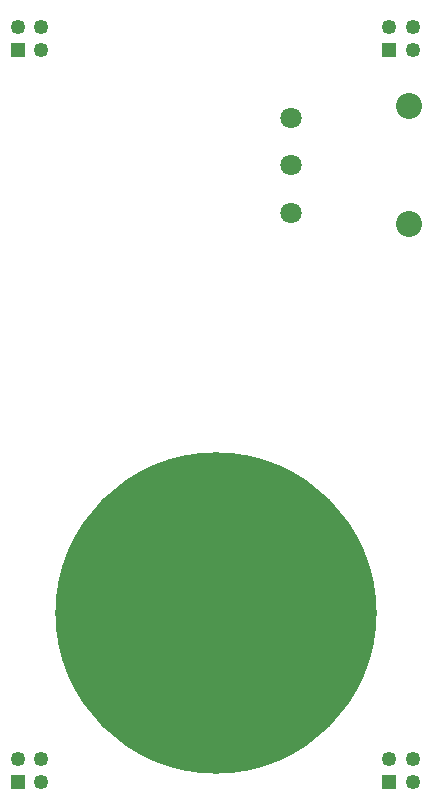
<source format=gts>
G04*
G04 #@! TF.GenerationSoftware,Altium Limited,Altium Designer,21.3.2 (30)*
G04*
G04 Layer_Color=8388736*
%FSTAX24Y24*%
%MOIN*%
G70*
G04*
G04 #@! TF.SameCoordinates,65AEA3AE-AEA4-4408-87EB-DFBB4D2FCE8C*
G04*
G04*
G04 #@! TF.FilePolarity,Negative*
G04*
G01*
G75*
%ADD12C,0.0867*%
%ADD13C,0.0710*%
%ADD14C,0.0493*%
%ADD15R,0.0493X0.0493*%
%ADD16C,1.0710*%
D12*
X042725Y035331D02*
D03*
Y039269D02*
D03*
D13*
X038788Y0373D02*
D03*
Y038875D02*
D03*
Y035725D02*
D03*
D14*
X042872Y04192D02*
D03*
X042085D02*
D03*
X042872Y041133D02*
D03*
X03048Y04192D02*
D03*
X029693D02*
D03*
X03048Y041133D02*
D03*
Y01752D02*
D03*
X029693D02*
D03*
X03048Y016733D02*
D03*
X042872Y01752D02*
D03*
X042085D02*
D03*
X042872Y016733D02*
D03*
D15*
X042085Y041133D02*
D03*
X029693D02*
D03*
Y016733D02*
D03*
X042085D02*
D03*
D16*
X036295Y02237D02*
D03*
M02*

</source>
